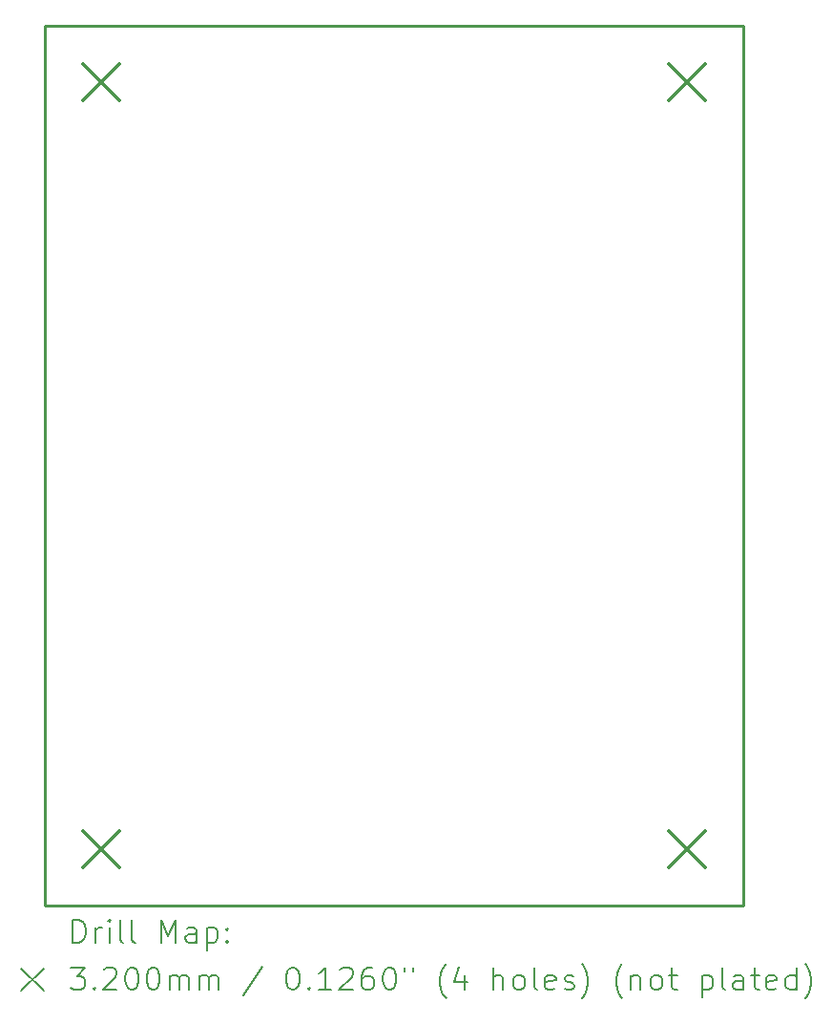
<source format=gbr>
%TF.GenerationSoftware,KiCad,Pcbnew,8.0.4*%
%TF.CreationDate,2024-09-20T16:59:52-04:00*%
%TF.ProjectId,micropsu,6d696372-6f70-4737-952e-6b696361645f,rev?*%
%TF.SameCoordinates,Original*%
%TF.FileFunction,Drillmap*%
%TF.FilePolarity,Positive*%
%FSLAX45Y45*%
G04 Gerber Fmt 4.5, Leading zero omitted, Abs format (unit mm)*
G04 Created by KiCad (PCBNEW 8.0.4) date 2024-09-20 16:59:52*
%MOMM*%
%LPD*%
G01*
G04 APERTURE LIST*
%ADD10C,0.254000*%
%ADD11C,0.200000*%
%ADD12C,0.320000*%
G04 APERTURE END LIST*
D10*
X9000000Y-15300000D02*
X9000000Y-7500000D01*
X9000000Y-7500000D02*
X15200000Y-7500000D01*
X15200000Y-15300000D02*
X9000000Y-15300000D01*
X15200000Y-7500000D02*
X15200000Y-15300000D01*
D11*
D12*
X9340000Y-7840000D02*
X9660000Y-8160000D01*
X9660000Y-7840000D02*
X9340000Y-8160000D01*
X9340000Y-14640000D02*
X9660000Y-14960000D01*
X9660000Y-14640000D02*
X9340000Y-14960000D01*
X14540000Y-7840000D02*
X14860000Y-8160000D01*
X14860000Y-7840000D02*
X14540000Y-8160000D01*
X14540000Y-14640000D02*
X14860000Y-14960000D01*
X14860000Y-14640000D02*
X14540000Y-14960000D01*
D11*
X9248077Y-15624184D02*
X9248077Y-15424184D01*
X9248077Y-15424184D02*
X9295696Y-15424184D01*
X9295696Y-15424184D02*
X9324267Y-15433708D01*
X9324267Y-15433708D02*
X9343315Y-15452755D01*
X9343315Y-15452755D02*
X9352839Y-15471803D01*
X9352839Y-15471803D02*
X9362363Y-15509898D01*
X9362363Y-15509898D02*
X9362363Y-15538469D01*
X9362363Y-15538469D02*
X9352839Y-15576565D01*
X9352839Y-15576565D02*
X9343315Y-15595612D01*
X9343315Y-15595612D02*
X9324267Y-15614660D01*
X9324267Y-15614660D02*
X9295696Y-15624184D01*
X9295696Y-15624184D02*
X9248077Y-15624184D01*
X9448077Y-15624184D02*
X9448077Y-15490850D01*
X9448077Y-15528946D02*
X9457601Y-15509898D01*
X9457601Y-15509898D02*
X9467124Y-15500374D01*
X9467124Y-15500374D02*
X9486172Y-15490850D01*
X9486172Y-15490850D02*
X9505220Y-15490850D01*
X9571886Y-15624184D02*
X9571886Y-15490850D01*
X9571886Y-15424184D02*
X9562363Y-15433708D01*
X9562363Y-15433708D02*
X9571886Y-15443231D01*
X9571886Y-15443231D02*
X9581410Y-15433708D01*
X9581410Y-15433708D02*
X9571886Y-15424184D01*
X9571886Y-15424184D02*
X9571886Y-15443231D01*
X9695696Y-15624184D02*
X9676648Y-15614660D01*
X9676648Y-15614660D02*
X9667124Y-15595612D01*
X9667124Y-15595612D02*
X9667124Y-15424184D01*
X9800458Y-15624184D02*
X9781410Y-15614660D01*
X9781410Y-15614660D02*
X9771886Y-15595612D01*
X9771886Y-15595612D02*
X9771886Y-15424184D01*
X10029029Y-15624184D02*
X10029029Y-15424184D01*
X10029029Y-15424184D02*
X10095696Y-15567041D01*
X10095696Y-15567041D02*
X10162363Y-15424184D01*
X10162363Y-15424184D02*
X10162363Y-15624184D01*
X10343315Y-15624184D02*
X10343315Y-15519422D01*
X10343315Y-15519422D02*
X10333791Y-15500374D01*
X10333791Y-15500374D02*
X10314744Y-15490850D01*
X10314744Y-15490850D02*
X10276648Y-15490850D01*
X10276648Y-15490850D02*
X10257601Y-15500374D01*
X10343315Y-15614660D02*
X10324267Y-15624184D01*
X10324267Y-15624184D02*
X10276648Y-15624184D01*
X10276648Y-15624184D02*
X10257601Y-15614660D01*
X10257601Y-15614660D02*
X10248077Y-15595612D01*
X10248077Y-15595612D02*
X10248077Y-15576565D01*
X10248077Y-15576565D02*
X10257601Y-15557517D01*
X10257601Y-15557517D02*
X10276648Y-15547993D01*
X10276648Y-15547993D02*
X10324267Y-15547993D01*
X10324267Y-15547993D02*
X10343315Y-15538469D01*
X10438553Y-15490850D02*
X10438553Y-15690850D01*
X10438553Y-15500374D02*
X10457601Y-15490850D01*
X10457601Y-15490850D02*
X10495696Y-15490850D01*
X10495696Y-15490850D02*
X10514744Y-15500374D01*
X10514744Y-15500374D02*
X10524267Y-15509898D01*
X10524267Y-15509898D02*
X10533791Y-15528946D01*
X10533791Y-15528946D02*
X10533791Y-15586088D01*
X10533791Y-15586088D02*
X10524267Y-15605136D01*
X10524267Y-15605136D02*
X10514744Y-15614660D01*
X10514744Y-15614660D02*
X10495696Y-15624184D01*
X10495696Y-15624184D02*
X10457601Y-15624184D01*
X10457601Y-15624184D02*
X10438553Y-15614660D01*
X10619505Y-15605136D02*
X10629029Y-15614660D01*
X10629029Y-15614660D02*
X10619505Y-15624184D01*
X10619505Y-15624184D02*
X10609982Y-15614660D01*
X10609982Y-15614660D02*
X10619505Y-15605136D01*
X10619505Y-15605136D02*
X10619505Y-15624184D01*
X10619505Y-15500374D02*
X10629029Y-15509898D01*
X10629029Y-15509898D02*
X10619505Y-15519422D01*
X10619505Y-15519422D02*
X10609982Y-15509898D01*
X10609982Y-15509898D02*
X10619505Y-15500374D01*
X10619505Y-15500374D02*
X10619505Y-15519422D01*
X8787300Y-15852700D02*
X8987300Y-16052700D01*
X8987300Y-15852700D02*
X8787300Y-16052700D01*
X9229029Y-15844184D02*
X9352839Y-15844184D01*
X9352839Y-15844184D02*
X9286172Y-15920374D01*
X9286172Y-15920374D02*
X9314744Y-15920374D01*
X9314744Y-15920374D02*
X9333791Y-15929898D01*
X9333791Y-15929898D02*
X9343315Y-15939422D01*
X9343315Y-15939422D02*
X9352839Y-15958469D01*
X9352839Y-15958469D02*
X9352839Y-16006088D01*
X9352839Y-16006088D02*
X9343315Y-16025136D01*
X9343315Y-16025136D02*
X9333791Y-16034660D01*
X9333791Y-16034660D02*
X9314744Y-16044184D01*
X9314744Y-16044184D02*
X9257601Y-16044184D01*
X9257601Y-16044184D02*
X9238553Y-16034660D01*
X9238553Y-16034660D02*
X9229029Y-16025136D01*
X9438553Y-16025136D02*
X9448077Y-16034660D01*
X9448077Y-16034660D02*
X9438553Y-16044184D01*
X9438553Y-16044184D02*
X9429029Y-16034660D01*
X9429029Y-16034660D02*
X9438553Y-16025136D01*
X9438553Y-16025136D02*
X9438553Y-16044184D01*
X9524267Y-15863231D02*
X9533791Y-15853708D01*
X9533791Y-15853708D02*
X9552839Y-15844184D01*
X9552839Y-15844184D02*
X9600458Y-15844184D01*
X9600458Y-15844184D02*
X9619505Y-15853708D01*
X9619505Y-15853708D02*
X9629029Y-15863231D01*
X9629029Y-15863231D02*
X9638553Y-15882279D01*
X9638553Y-15882279D02*
X9638553Y-15901327D01*
X9638553Y-15901327D02*
X9629029Y-15929898D01*
X9629029Y-15929898D02*
X9514744Y-16044184D01*
X9514744Y-16044184D02*
X9638553Y-16044184D01*
X9762363Y-15844184D02*
X9781410Y-15844184D01*
X9781410Y-15844184D02*
X9800458Y-15853708D01*
X9800458Y-15853708D02*
X9809982Y-15863231D01*
X9809982Y-15863231D02*
X9819505Y-15882279D01*
X9819505Y-15882279D02*
X9829029Y-15920374D01*
X9829029Y-15920374D02*
X9829029Y-15967993D01*
X9829029Y-15967993D02*
X9819505Y-16006088D01*
X9819505Y-16006088D02*
X9809982Y-16025136D01*
X9809982Y-16025136D02*
X9800458Y-16034660D01*
X9800458Y-16034660D02*
X9781410Y-16044184D01*
X9781410Y-16044184D02*
X9762363Y-16044184D01*
X9762363Y-16044184D02*
X9743315Y-16034660D01*
X9743315Y-16034660D02*
X9733791Y-16025136D01*
X9733791Y-16025136D02*
X9724267Y-16006088D01*
X9724267Y-16006088D02*
X9714744Y-15967993D01*
X9714744Y-15967993D02*
X9714744Y-15920374D01*
X9714744Y-15920374D02*
X9724267Y-15882279D01*
X9724267Y-15882279D02*
X9733791Y-15863231D01*
X9733791Y-15863231D02*
X9743315Y-15853708D01*
X9743315Y-15853708D02*
X9762363Y-15844184D01*
X9952839Y-15844184D02*
X9971886Y-15844184D01*
X9971886Y-15844184D02*
X9990934Y-15853708D01*
X9990934Y-15853708D02*
X10000458Y-15863231D01*
X10000458Y-15863231D02*
X10009982Y-15882279D01*
X10009982Y-15882279D02*
X10019505Y-15920374D01*
X10019505Y-15920374D02*
X10019505Y-15967993D01*
X10019505Y-15967993D02*
X10009982Y-16006088D01*
X10009982Y-16006088D02*
X10000458Y-16025136D01*
X10000458Y-16025136D02*
X9990934Y-16034660D01*
X9990934Y-16034660D02*
X9971886Y-16044184D01*
X9971886Y-16044184D02*
X9952839Y-16044184D01*
X9952839Y-16044184D02*
X9933791Y-16034660D01*
X9933791Y-16034660D02*
X9924267Y-16025136D01*
X9924267Y-16025136D02*
X9914744Y-16006088D01*
X9914744Y-16006088D02*
X9905220Y-15967993D01*
X9905220Y-15967993D02*
X9905220Y-15920374D01*
X9905220Y-15920374D02*
X9914744Y-15882279D01*
X9914744Y-15882279D02*
X9924267Y-15863231D01*
X9924267Y-15863231D02*
X9933791Y-15853708D01*
X9933791Y-15853708D02*
X9952839Y-15844184D01*
X10105220Y-16044184D02*
X10105220Y-15910850D01*
X10105220Y-15929898D02*
X10114744Y-15920374D01*
X10114744Y-15920374D02*
X10133791Y-15910850D01*
X10133791Y-15910850D02*
X10162363Y-15910850D01*
X10162363Y-15910850D02*
X10181410Y-15920374D01*
X10181410Y-15920374D02*
X10190934Y-15939422D01*
X10190934Y-15939422D02*
X10190934Y-16044184D01*
X10190934Y-15939422D02*
X10200458Y-15920374D01*
X10200458Y-15920374D02*
X10219505Y-15910850D01*
X10219505Y-15910850D02*
X10248077Y-15910850D01*
X10248077Y-15910850D02*
X10267125Y-15920374D01*
X10267125Y-15920374D02*
X10276648Y-15939422D01*
X10276648Y-15939422D02*
X10276648Y-16044184D01*
X10371886Y-16044184D02*
X10371886Y-15910850D01*
X10371886Y-15929898D02*
X10381410Y-15920374D01*
X10381410Y-15920374D02*
X10400458Y-15910850D01*
X10400458Y-15910850D02*
X10429029Y-15910850D01*
X10429029Y-15910850D02*
X10448077Y-15920374D01*
X10448077Y-15920374D02*
X10457601Y-15939422D01*
X10457601Y-15939422D02*
X10457601Y-16044184D01*
X10457601Y-15939422D02*
X10467125Y-15920374D01*
X10467125Y-15920374D02*
X10486172Y-15910850D01*
X10486172Y-15910850D02*
X10514744Y-15910850D01*
X10514744Y-15910850D02*
X10533791Y-15920374D01*
X10533791Y-15920374D02*
X10543315Y-15939422D01*
X10543315Y-15939422D02*
X10543315Y-16044184D01*
X10933791Y-15834660D02*
X10762363Y-16091803D01*
X11190934Y-15844184D02*
X11209982Y-15844184D01*
X11209982Y-15844184D02*
X11229029Y-15853708D01*
X11229029Y-15853708D02*
X11238553Y-15863231D01*
X11238553Y-15863231D02*
X11248077Y-15882279D01*
X11248077Y-15882279D02*
X11257601Y-15920374D01*
X11257601Y-15920374D02*
X11257601Y-15967993D01*
X11257601Y-15967993D02*
X11248077Y-16006088D01*
X11248077Y-16006088D02*
X11238553Y-16025136D01*
X11238553Y-16025136D02*
X11229029Y-16034660D01*
X11229029Y-16034660D02*
X11209982Y-16044184D01*
X11209982Y-16044184D02*
X11190934Y-16044184D01*
X11190934Y-16044184D02*
X11171887Y-16034660D01*
X11171887Y-16034660D02*
X11162363Y-16025136D01*
X11162363Y-16025136D02*
X11152839Y-16006088D01*
X11152839Y-16006088D02*
X11143315Y-15967993D01*
X11143315Y-15967993D02*
X11143315Y-15920374D01*
X11143315Y-15920374D02*
X11152839Y-15882279D01*
X11152839Y-15882279D02*
X11162363Y-15863231D01*
X11162363Y-15863231D02*
X11171887Y-15853708D01*
X11171887Y-15853708D02*
X11190934Y-15844184D01*
X11343315Y-16025136D02*
X11352839Y-16034660D01*
X11352839Y-16034660D02*
X11343315Y-16044184D01*
X11343315Y-16044184D02*
X11333791Y-16034660D01*
X11333791Y-16034660D02*
X11343315Y-16025136D01*
X11343315Y-16025136D02*
X11343315Y-16044184D01*
X11543315Y-16044184D02*
X11429029Y-16044184D01*
X11486172Y-16044184D02*
X11486172Y-15844184D01*
X11486172Y-15844184D02*
X11467125Y-15872755D01*
X11467125Y-15872755D02*
X11448077Y-15891803D01*
X11448077Y-15891803D02*
X11429029Y-15901327D01*
X11619506Y-15863231D02*
X11629029Y-15853708D01*
X11629029Y-15853708D02*
X11648077Y-15844184D01*
X11648077Y-15844184D02*
X11695696Y-15844184D01*
X11695696Y-15844184D02*
X11714744Y-15853708D01*
X11714744Y-15853708D02*
X11724267Y-15863231D01*
X11724267Y-15863231D02*
X11733791Y-15882279D01*
X11733791Y-15882279D02*
X11733791Y-15901327D01*
X11733791Y-15901327D02*
X11724267Y-15929898D01*
X11724267Y-15929898D02*
X11609982Y-16044184D01*
X11609982Y-16044184D02*
X11733791Y-16044184D01*
X11905220Y-15844184D02*
X11867125Y-15844184D01*
X11867125Y-15844184D02*
X11848077Y-15853708D01*
X11848077Y-15853708D02*
X11838553Y-15863231D01*
X11838553Y-15863231D02*
X11819506Y-15891803D01*
X11819506Y-15891803D02*
X11809982Y-15929898D01*
X11809982Y-15929898D02*
X11809982Y-16006088D01*
X11809982Y-16006088D02*
X11819506Y-16025136D01*
X11819506Y-16025136D02*
X11829029Y-16034660D01*
X11829029Y-16034660D02*
X11848077Y-16044184D01*
X11848077Y-16044184D02*
X11886172Y-16044184D01*
X11886172Y-16044184D02*
X11905220Y-16034660D01*
X11905220Y-16034660D02*
X11914744Y-16025136D01*
X11914744Y-16025136D02*
X11924267Y-16006088D01*
X11924267Y-16006088D02*
X11924267Y-15958469D01*
X11924267Y-15958469D02*
X11914744Y-15939422D01*
X11914744Y-15939422D02*
X11905220Y-15929898D01*
X11905220Y-15929898D02*
X11886172Y-15920374D01*
X11886172Y-15920374D02*
X11848077Y-15920374D01*
X11848077Y-15920374D02*
X11829029Y-15929898D01*
X11829029Y-15929898D02*
X11819506Y-15939422D01*
X11819506Y-15939422D02*
X11809982Y-15958469D01*
X12048077Y-15844184D02*
X12067125Y-15844184D01*
X12067125Y-15844184D02*
X12086172Y-15853708D01*
X12086172Y-15853708D02*
X12095696Y-15863231D01*
X12095696Y-15863231D02*
X12105220Y-15882279D01*
X12105220Y-15882279D02*
X12114744Y-15920374D01*
X12114744Y-15920374D02*
X12114744Y-15967993D01*
X12114744Y-15967993D02*
X12105220Y-16006088D01*
X12105220Y-16006088D02*
X12095696Y-16025136D01*
X12095696Y-16025136D02*
X12086172Y-16034660D01*
X12086172Y-16034660D02*
X12067125Y-16044184D01*
X12067125Y-16044184D02*
X12048077Y-16044184D01*
X12048077Y-16044184D02*
X12029029Y-16034660D01*
X12029029Y-16034660D02*
X12019506Y-16025136D01*
X12019506Y-16025136D02*
X12009982Y-16006088D01*
X12009982Y-16006088D02*
X12000458Y-15967993D01*
X12000458Y-15967993D02*
X12000458Y-15920374D01*
X12000458Y-15920374D02*
X12009982Y-15882279D01*
X12009982Y-15882279D02*
X12019506Y-15863231D01*
X12019506Y-15863231D02*
X12029029Y-15853708D01*
X12029029Y-15853708D02*
X12048077Y-15844184D01*
X12190934Y-15844184D02*
X12190934Y-15882279D01*
X12267125Y-15844184D02*
X12267125Y-15882279D01*
X12562363Y-16120374D02*
X12552839Y-16110850D01*
X12552839Y-16110850D02*
X12533791Y-16082279D01*
X12533791Y-16082279D02*
X12524268Y-16063231D01*
X12524268Y-16063231D02*
X12514744Y-16034660D01*
X12514744Y-16034660D02*
X12505220Y-15987041D01*
X12505220Y-15987041D02*
X12505220Y-15948946D01*
X12505220Y-15948946D02*
X12514744Y-15901327D01*
X12514744Y-15901327D02*
X12524268Y-15872755D01*
X12524268Y-15872755D02*
X12533791Y-15853708D01*
X12533791Y-15853708D02*
X12552839Y-15825136D01*
X12552839Y-15825136D02*
X12562363Y-15815612D01*
X12724268Y-15910850D02*
X12724268Y-16044184D01*
X12676648Y-15834660D02*
X12629029Y-15977517D01*
X12629029Y-15977517D02*
X12752839Y-15977517D01*
X12981410Y-16044184D02*
X12981410Y-15844184D01*
X13067125Y-16044184D02*
X13067125Y-15939422D01*
X13067125Y-15939422D02*
X13057601Y-15920374D01*
X13057601Y-15920374D02*
X13038553Y-15910850D01*
X13038553Y-15910850D02*
X13009982Y-15910850D01*
X13009982Y-15910850D02*
X12990934Y-15920374D01*
X12990934Y-15920374D02*
X12981410Y-15929898D01*
X13190934Y-16044184D02*
X13171887Y-16034660D01*
X13171887Y-16034660D02*
X13162363Y-16025136D01*
X13162363Y-16025136D02*
X13152839Y-16006088D01*
X13152839Y-16006088D02*
X13152839Y-15948946D01*
X13152839Y-15948946D02*
X13162363Y-15929898D01*
X13162363Y-15929898D02*
X13171887Y-15920374D01*
X13171887Y-15920374D02*
X13190934Y-15910850D01*
X13190934Y-15910850D02*
X13219506Y-15910850D01*
X13219506Y-15910850D02*
X13238553Y-15920374D01*
X13238553Y-15920374D02*
X13248077Y-15929898D01*
X13248077Y-15929898D02*
X13257601Y-15948946D01*
X13257601Y-15948946D02*
X13257601Y-16006088D01*
X13257601Y-16006088D02*
X13248077Y-16025136D01*
X13248077Y-16025136D02*
X13238553Y-16034660D01*
X13238553Y-16034660D02*
X13219506Y-16044184D01*
X13219506Y-16044184D02*
X13190934Y-16044184D01*
X13371887Y-16044184D02*
X13352839Y-16034660D01*
X13352839Y-16034660D02*
X13343315Y-16015612D01*
X13343315Y-16015612D02*
X13343315Y-15844184D01*
X13524268Y-16034660D02*
X13505220Y-16044184D01*
X13505220Y-16044184D02*
X13467125Y-16044184D01*
X13467125Y-16044184D02*
X13448077Y-16034660D01*
X13448077Y-16034660D02*
X13438553Y-16015612D01*
X13438553Y-16015612D02*
X13438553Y-15939422D01*
X13438553Y-15939422D02*
X13448077Y-15920374D01*
X13448077Y-15920374D02*
X13467125Y-15910850D01*
X13467125Y-15910850D02*
X13505220Y-15910850D01*
X13505220Y-15910850D02*
X13524268Y-15920374D01*
X13524268Y-15920374D02*
X13533791Y-15939422D01*
X13533791Y-15939422D02*
X13533791Y-15958469D01*
X13533791Y-15958469D02*
X13438553Y-15977517D01*
X13609982Y-16034660D02*
X13629030Y-16044184D01*
X13629030Y-16044184D02*
X13667125Y-16044184D01*
X13667125Y-16044184D02*
X13686172Y-16034660D01*
X13686172Y-16034660D02*
X13695696Y-16015612D01*
X13695696Y-16015612D02*
X13695696Y-16006088D01*
X13695696Y-16006088D02*
X13686172Y-15987041D01*
X13686172Y-15987041D02*
X13667125Y-15977517D01*
X13667125Y-15977517D02*
X13638553Y-15977517D01*
X13638553Y-15977517D02*
X13619506Y-15967993D01*
X13619506Y-15967993D02*
X13609982Y-15948946D01*
X13609982Y-15948946D02*
X13609982Y-15939422D01*
X13609982Y-15939422D02*
X13619506Y-15920374D01*
X13619506Y-15920374D02*
X13638553Y-15910850D01*
X13638553Y-15910850D02*
X13667125Y-15910850D01*
X13667125Y-15910850D02*
X13686172Y-15920374D01*
X13762363Y-16120374D02*
X13771887Y-16110850D01*
X13771887Y-16110850D02*
X13790934Y-16082279D01*
X13790934Y-16082279D02*
X13800458Y-16063231D01*
X13800458Y-16063231D02*
X13809982Y-16034660D01*
X13809982Y-16034660D02*
X13819506Y-15987041D01*
X13819506Y-15987041D02*
X13819506Y-15948946D01*
X13819506Y-15948946D02*
X13809982Y-15901327D01*
X13809982Y-15901327D02*
X13800458Y-15872755D01*
X13800458Y-15872755D02*
X13790934Y-15853708D01*
X13790934Y-15853708D02*
X13771887Y-15825136D01*
X13771887Y-15825136D02*
X13762363Y-15815612D01*
X14124268Y-16120374D02*
X14114744Y-16110850D01*
X14114744Y-16110850D02*
X14095696Y-16082279D01*
X14095696Y-16082279D02*
X14086172Y-16063231D01*
X14086172Y-16063231D02*
X14076649Y-16034660D01*
X14076649Y-16034660D02*
X14067125Y-15987041D01*
X14067125Y-15987041D02*
X14067125Y-15948946D01*
X14067125Y-15948946D02*
X14076649Y-15901327D01*
X14076649Y-15901327D02*
X14086172Y-15872755D01*
X14086172Y-15872755D02*
X14095696Y-15853708D01*
X14095696Y-15853708D02*
X14114744Y-15825136D01*
X14114744Y-15825136D02*
X14124268Y-15815612D01*
X14200458Y-15910850D02*
X14200458Y-16044184D01*
X14200458Y-15929898D02*
X14209982Y-15920374D01*
X14209982Y-15920374D02*
X14229030Y-15910850D01*
X14229030Y-15910850D02*
X14257601Y-15910850D01*
X14257601Y-15910850D02*
X14276649Y-15920374D01*
X14276649Y-15920374D02*
X14286172Y-15939422D01*
X14286172Y-15939422D02*
X14286172Y-16044184D01*
X14409982Y-16044184D02*
X14390934Y-16034660D01*
X14390934Y-16034660D02*
X14381411Y-16025136D01*
X14381411Y-16025136D02*
X14371887Y-16006088D01*
X14371887Y-16006088D02*
X14371887Y-15948946D01*
X14371887Y-15948946D02*
X14381411Y-15929898D01*
X14381411Y-15929898D02*
X14390934Y-15920374D01*
X14390934Y-15920374D02*
X14409982Y-15910850D01*
X14409982Y-15910850D02*
X14438553Y-15910850D01*
X14438553Y-15910850D02*
X14457601Y-15920374D01*
X14457601Y-15920374D02*
X14467125Y-15929898D01*
X14467125Y-15929898D02*
X14476649Y-15948946D01*
X14476649Y-15948946D02*
X14476649Y-16006088D01*
X14476649Y-16006088D02*
X14467125Y-16025136D01*
X14467125Y-16025136D02*
X14457601Y-16034660D01*
X14457601Y-16034660D02*
X14438553Y-16044184D01*
X14438553Y-16044184D02*
X14409982Y-16044184D01*
X14533792Y-15910850D02*
X14609982Y-15910850D01*
X14562363Y-15844184D02*
X14562363Y-16015612D01*
X14562363Y-16015612D02*
X14571887Y-16034660D01*
X14571887Y-16034660D02*
X14590934Y-16044184D01*
X14590934Y-16044184D02*
X14609982Y-16044184D01*
X14829030Y-15910850D02*
X14829030Y-16110850D01*
X14829030Y-15920374D02*
X14848077Y-15910850D01*
X14848077Y-15910850D02*
X14886173Y-15910850D01*
X14886173Y-15910850D02*
X14905220Y-15920374D01*
X14905220Y-15920374D02*
X14914744Y-15929898D01*
X14914744Y-15929898D02*
X14924268Y-15948946D01*
X14924268Y-15948946D02*
X14924268Y-16006088D01*
X14924268Y-16006088D02*
X14914744Y-16025136D01*
X14914744Y-16025136D02*
X14905220Y-16034660D01*
X14905220Y-16034660D02*
X14886173Y-16044184D01*
X14886173Y-16044184D02*
X14848077Y-16044184D01*
X14848077Y-16044184D02*
X14829030Y-16034660D01*
X15038553Y-16044184D02*
X15019506Y-16034660D01*
X15019506Y-16034660D02*
X15009982Y-16015612D01*
X15009982Y-16015612D02*
X15009982Y-15844184D01*
X15200458Y-16044184D02*
X15200458Y-15939422D01*
X15200458Y-15939422D02*
X15190934Y-15920374D01*
X15190934Y-15920374D02*
X15171887Y-15910850D01*
X15171887Y-15910850D02*
X15133792Y-15910850D01*
X15133792Y-15910850D02*
X15114744Y-15920374D01*
X15200458Y-16034660D02*
X15181411Y-16044184D01*
X15181411Y-16044184D02*
X15133792Y-16044184D01*
X15133792Y-16044184D02*
X15114744Y-16034660D01*
X15114744Y-16034660D02*
X15105220Y-16015612D01*
X15105220Y-16015612D02*
X15105220Y-15996565D01*
X15105220Y-15996565D02*
X15114744Y-15977517D01*
X15114744Y-15977517D02*
X15133792Y-15967993D01*
X15133792Y-15967993D02*
X15181411Y-15967993D01*
X15181411Y-15967993D02*
X15200458Y-15958469D01*
X15267125Y-15910850D02*
X15343315Y-15910850D01*
X15295696Y-15844184D02*
X15295696Y-16015612D01*
X15295696Y-16015612D02*
X15305220Y-16034660D01*
X15305220Y-16034660D02*
X15324268Y-16044184D01*
X15324268Y-16044184D02*
X15343315Y-16044184D01*
X15486173Y-16034660D02*
X15467125Y-16044184D01*
X15467125Y-16044184D02*
X15429030Y-16044184D01*
X15429030Y-16044184D02*
X15409982Y-16034660D01*
X15409982Y-16034660D02*
X15400458Y-16015612D01*
X15400458Y-16015612D02*
X15400458Y-15939422D01*
X15400458Y-15939422D02*
X15409982Y-15920374D01*
X15409982Y-15920374D02*
X15429030Y-15910850D01*
X15429030Y-15910850D02*
X15467125Y-15910850D01*
X15467125Y-15910850D02*
X15486173Y-15920374D01*
X15486173Y-15920374D02*
X15495696Y-15939422D01*
X15495696Y-15939422D02*
X15495696Y-15958469D01*
X15495696Y-15958469D02*
X15400458Y-15977517D01*
X15667125Y-16044184D02*
X15667125Y-15844184D01*
X15667125Y-16034660D02*
X15648077Y-16044184D01*
X15648077Y-16044184D02*
X15609982Y-16044184D01*
X15609982Y-16044184D02*
X15590934Y-16034660D01*
X15590934Y-16034660D02*
X15581411Y-16025136D01*
X15581411Y-16025136D02*
X15571887Y-16006088D01*
X15571887Y-16006088D02*
X15571887Y-15948946D01*
X15571887Y-15948946D02*
X15581411Y-15929898D01*
X15581411Y-15929898D02*
X15590934Y-15920374D01*
X15590934Y-15920374D02*
X15609982Y-15910850D01*
X15609982Y-15910850D02*
X15648077Y-15910850D01*
X15648077Y-15910850D02*
X15667125Y-15920374D01*
X15743315Y-16120374D02*
X15752839Y-16110850D01*
X15752839Y-16110850D02*
X15771887Y-16082279D01*
X15771887Y-16082279D02*
X15781411Y-16063231D01*
X15781411Y-16063231D02*
X15790934Y-16034660D01*
X15790934Y-16034660D02*
X15800458Y-15987041D01*
X15800458Y-15987041D02*
X15800458Y-15948946D01*
X15800458Y-15948946D02*
X15790934Y-15901327D01*
X15790934Y-15901327D02*
X15781411Y-15872755D01*
X15781411Y-15872755D02*
X15771887Y-15853708D01*
X15771887Y-15853708D02*
X15752839Y-15825136D01*
X15752839Y-15825136D02*
X15743315Y-15815612D01*
M02*

</source>
